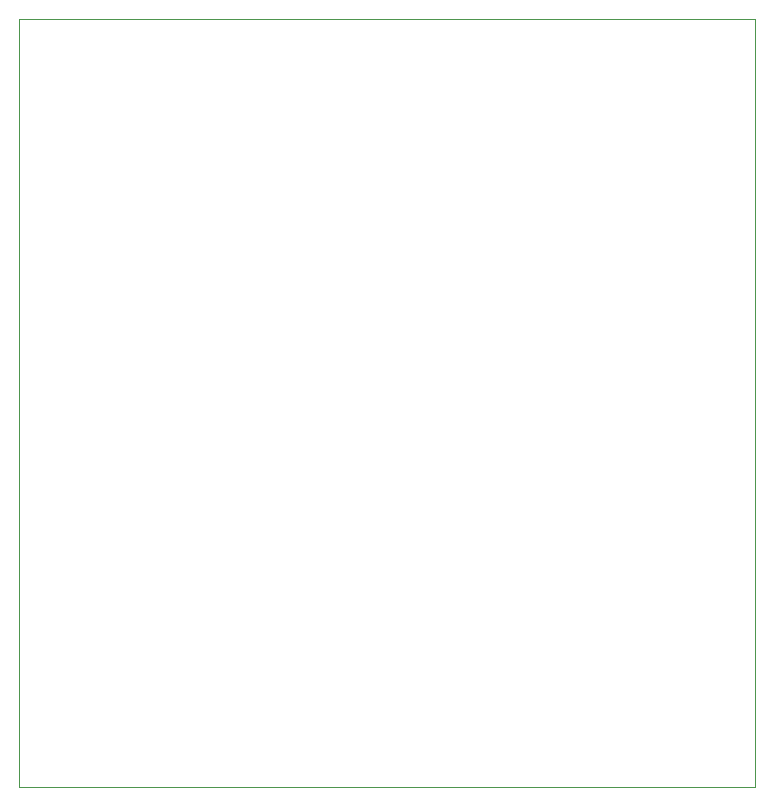
<source format=gm1>
%TF.GenerationSoftware,KiCad,Pcbnew,(6.0.4)*%
%TF.CreationDate,2022-04-19T13:44:17-07:00*%
%TF.ProjectId,stm32f091_project_condensed_v02_afterchange,73746d33-3266-4303-9931-5f70726f6a65,v01*%
%TF.SameCoordinates,Original*%
%TF.FileFunction,Profile,NP*%
%FSLAX46Y46*%
G04 Gerber Fmt 4.6, Leading zero omitted, Abs format (unit mm)*
G04 Created by KiCad (PCBNEW (6.0.4)) date 2022-04-19 13:44:17*
%MOMM*%
%LPD*%
G01*
G04 APERTURE LIST*
%TA.AperFunction,Profile*%
%ADD10C,0.050000*%
%TD*%
G04 APERTURE END LIST*
D10*
X81747620Y-146774760D02*
X144047620Y-146774760D01*
X144047620Y-146774760D02*
X144047620Y-81725760D01*
X144047620Y-81725760D02*
X81747620Y-81725760D01*
X81747620Y-81725760D02*
X81747620Y-146774760D01*
M02*

</source>
